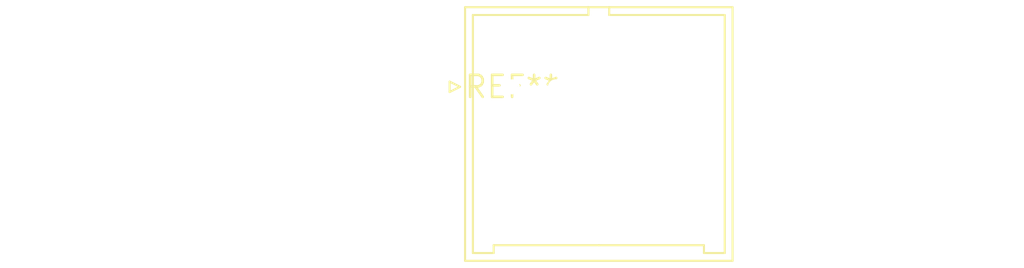
<source format=kicad_pcb>
(kicad_pcb (version 20240108) (generator pcbnew)
  (layers (0 "F.Cu" signal) (31 "B.Cu" signal) (34 "B.Paste" user) (35 "F.Paste" user) (36 "B.SilkS" user "B.Silkscreen") (37 "F.SilkS" user "F.Silkscreen") (38 "B.Mask" user) (39 "F.Mask" user) (44 "Edge.Cuts" user))
  (net 0 "")
  (footprint "JST_J2100_B10B-J21DK-GGXR_2x05_P2.50x4.00mm_Vertical" (layer "F.Cu") (at 0 0)
    (property "Reference" "REF**")
    (property "Value" "JST_J2100_B10B-J21DK-GGXR_2x05_P2.50x4.00mm_Vertical")
    (fp_line (start -3.6 -0.3) (end -3 0) (layer "F.SilkS") (stroke (width 0.12)))
    (fp_line (start -3.6 0.3) (end -3.6 -0.3) (layer "F.SilkS") (stroke (width 0.12)))
    (fp_line (start -3 0) (end -3.6 0.3) (layer "F.SilkS") (stroke (width 0.12)))
    (fp_line (start -2.71 -4.59) (end -2.71 10.03) (layer "F.SilkS") (stroke (width 0.12)))
    (fp_line (start -2.71 10.03) (end 12.71 10.03) (layer "F.SilkS") (stroke (width 0.12)))
    (fp_line (start -2.26 -4.14) (end -2.26 9.58) (layer "F.SilkS") (stroke (width 0.12)))
    (fp_line (start -2.26 9.58) (end -1.06 9.58) (layer "F.SilkS") (stroke (width 0.12)))
    (fp_line (start -1.06 9.13) (end 5 9.13) (layer "F.SilkS") (stroke (width 0.12)))
    (fp_line (start -1.06 9.58) (end -1.06 9.13) (layer "F.SilkS") (stroke (width 0.12)))
    (fp_line (start 4.4 -4.59) (end 4.4 -4.14) (layer "F.SilkS") (stroke (width 0.12)))
    (fp_line (start 4.4 -4.14) (end -2.26 -4.14) (layer "F.SilkS") (stroke (width 0.12)))
    (fp_line (start 5.6 -4.59) (end 5.6 -4.14) (layer "F.SilkS") (stroke (width 0.12)))
    (fp_line (start 5.6 -4.14) (end 12.26 -4.14) (layer "F.SilkS") (stroke (width 0.12)))
    (fp_line (start 11.06 9.13) (end 5 9.13) (layer "F.SilkS") (stroke (width 0.12)))
    (fp_line (start 11.06 9.58) (end 11.06 9.13) (layer "F.SilkS") (stroke (width 0.12)))
    (fp_line (start 12.26 -4.14) (end 12.26 9.58) (layer "F.SilkS") (stroke (width 0.12)))
    (fp_line (start 12.26 9.58) (end 11.06 9.58) (layer "F.SilkS") (stroke (width 0.12)))
    (fp_line (start 12.71 -4.59) (end -2.71 -4.59) (layer "F.SilkS") (stroke (width 0.12)))
    (fp_line (start 12.71 10.03) (end 12.71 -4.59) (layer "F.SilkS") (stroke (width 0.12)))
    (pad "" thru_hole circle (at 0 7.3) (size 3 3) (drill 2) (layers *.Cu *.Mask) (remove_unused_layers))
    (pad "" thru_hole circle (at 10 7.3) (size 3 3) (drill 2) (layers *.Cu *.Mask) (remove_unused_layers))
    (pad "1" thru_hole roundrect (at 0 0) (size 1.7 1.86) (drill 0.86) (layers *.Cu *.Mask) (remove_unused_layers) (roundrect_rratio 0.147059))
    (pad "2" thru_hole oval (at 2.5 0) (size 1.7 1.86) (drill 0.86) (layers *.Cu *.Mask) (remove_unused_layers))
    (pad "3" thru_hole oval (at 5 0) (size 1.7 1.86) (drill 0.86) (layers *.Cu *.Mask) (remove_unused_layers))
    (pad "4" thru_hole oval (at 7.5 0) (size 1.7 1.86) (drill 0.86) (layers *.Cu *.Mask) (remove_unused_layers))
    (pad "5" thru_hole oval (at 10 0) (size 1.7 1.86) (drill 0.86) (layers *.Cu *.Mask) (remove_unused_layers))
    (pad "6" thru_hole oval (at 0 4) (size 1.7 1.86) (drill 0.86) (layers *.Cu *.Mask) (remove_unused_layers))
    (pad "7" thru_hole oval (at 2.5 4) (size 1.7 1.86) (drill 0.86) (layers *.Cu *.Mask) (remove_unused_layers))
    (pad "8" thru_hole oval (at 5 4) (size 1.7 1.86) (drill 0.86) (layers *.Cu *.Mask) (remove_unused_layers))
    (pad "9" thru_hole oval (at 7.5 4) (size 1.7 1.86) (drill 0.86) (layers *.Cu *.Mask) (remove_unused_layers))
    (pad "10" thru_hole oval (at 10 4) (size 1.7 1.86) (drill 0.86) (layers *.Cu *.Mask) (remove_unused_layers))
  )
)
</source>
